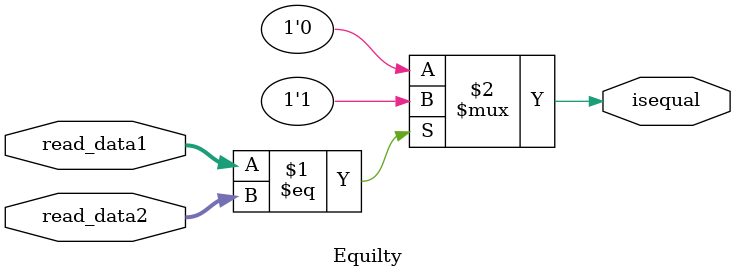
<source format=v>
module Equilty(read_data1,read_data2,isequal);
input [31:0] read_data1;
input [31:0] read_data2;
output isequal ;
assign isequal = (read_data1 == read_data2)? 1'b1 : 1'b0;
endmodule
</source>
